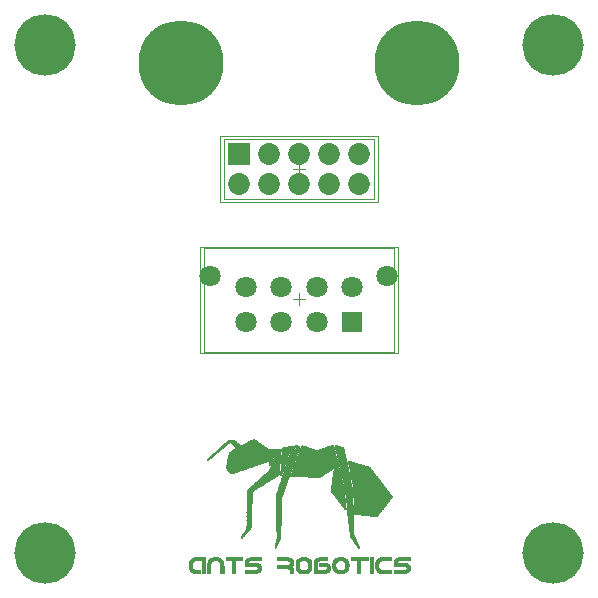
<source format=gts>
G04*
G04 #@! TF.GenerationSoftware,Altium Limited,Altium Designer,21.3.2 (30)*
G04*
G04 Layer_Color=8388736*
%FSLAX25Y25*%
%MOIN*%
G70*
G04*
G04 #@! TF.SameCoordinates,7D36CCFB-020A-49C9-B8D2-55C5552AF9BD*
G04*
G04*
G04 #@! TF.FilePolarity,Negative*
G04*
G01*
G75*
%ADD13C,0.00394*%
%ADD14C,0.00197*%
%ADD15C,0.00100*%
%ADD16R,0.07099X0.07099*%
%ADD17C,0.07099*%
%ADD18C,0.07296*%
%ADD19R,0.07296X0.07296*%
%ADD20C,0.20485*%
%ADD21C,0.28359*%
D13*
X66634Y80945D02*
X130217D01*
Y115472D01*
X66634D02*
X130217D01*
X66634Y80945D02*
Y115472D01*
X73425Y131732D02*
Y151732D01*
X123425D01*
Y131732D02*
Y151732D01*
X73425Y131732D02*
X123425D01*
X96457Y98425D02*
X100394D01*
X98425Y96457D02*
Y100394D01*
D14*
X65354Y80551D02*
X131496D01*
X65354D02*
Y115866D01*
X131496D01*
Y80551D02*
Y115866D01*
X72047Y130650D02*
X124803D01*
Y152815D01*
X72047D02*
X124803D01*
X72047Y130650D02*
Y152815D01*
X98425Y139764D02*
Y143701D01*
X96457Y141732D02*
X100394D01*
D15*
X130013Y7100D02*
X133913D01*
X125513D02*
X129213D01*
X122113D02*
X123113D01*
X117913D02*
X118913D01*
X111313D02*
X113313D01*
X103413D02*
X107313D01*
X98913D02*
X101013D01*
X95513D02*
X96513D01*
X80313D02*
X84213D01*
X76213D02*
X77213D01*
X72213D02*
X73313D01*
X67813D02*
X68913D01*
X66113D02*
X67113D01*
X63413D02*
X65313D01*
X130013Y7200D02*
X134213D01*
X125213D02*
X129213D01*
X122113D02*
X123113D01*
X117913D02*
X118913D01*
X111013D02*
X113613D01*
X103413D02*
X107613D01*
X98613D02*
X101313D01*
X95513D02*
X96513D01*
X80313D02*
X84613D01*
X76213D02*
X77213D01*
X72213D02*
X73313D01*
X67813D02*
X68913D01*
X66113D02*
X67113D01*
X63113D02*
X65313D01*
X130013Y7300D02*
X134513D01*
X125013D02*
X129213D01*
X122113D02*
X123113D01*
X117913D02*
X118913D01*
X110713D02*
X113813D01*
X103413D02*
X107913D01*
X98413D02*
X101513D01*
X95513D02*
X96513D01*
X80313D02*
X84813D01*
X76213D02*
X77213D01*
X72213D02*
X73313D01*
X67813D02*
X68913D01*
X66113D02*
X67113D01*
X62913D02*
X65313D01*
X130013Y7400D02*
X134613D01*
X124813D02*
X129213D01*
X122113D02*
X123113D01*
X117913D02*
X118913D01*
X110613D02*
X114013D01*
X103413D02*
X108113D01*
X98313D02*
X101613D01*
X95513D02*
X96513D01*
X80313D02*
X85013D01*
X76213D02*
X77213D01*
X72213D02*
X73313D01*
X67813D02*
X68913D01*
X66113D02*
X67113D01*
X62713D02*
X65313D01*
X130013Y7500D02*
X134813D01*
X124713D02*
X129213D01*
X122113D02*
X123113D01*
X117913D02*
X118913D01*
X110413D02*
X114113D01*
X103413D02*
X108213D01*
X98113D02*
X101813D01*
X95513D02*
X96513D01*
X80313D02*
X85113D01*
X76213D02*
X77213D01*
X72213D02*
X73313D01*
X67813D02*
X68913D01*
X66113D02*
X67113D01*
X62613D02*
X65313D01*
X130013Y7600D02*
X134913D01*
X124613D02*
X129213D01*
X122113D02*
X123113D01*
X117913D02*
X118913D01*
X110313D02*
X114213D01*
X103413D02*
X108313D01*
X98013D02*
X101913D01*
X95513D02*
X96513D01*
X80313D02*
X85313D01*
X76213D02*
X77213D01*
X72213D02*
X73313D01*
X67813D02*
X68913D01*
X66113D02*
X67113D01*
X62413D02*
X65313D01*
X130013Y7700D02*
X135013D01*
X124513D02*
X129213D01*
X122113D02*
X123113D01*
X117913D02*
X118913D01*
X110213D02*
X114313D01*
X103413D02*
X108413D01*
X97913D02*
X102013D01*
X95513D02*
X96513D01*
X80313D02*
X85413D01*
X76213D02*
X77213D01*
X72213D02*
X73313D01*
X67813D02*
X68913D01*
X66113D02*
X67113D01*
X62313D02*
X65313D01*
X130013Y7800D02*
X135113D01*
X124413D02*
X129213D01*
X122113D02*
X123113D01*
X117913D02*
X118913D01*
X110113D02*
X114413D01*
X103413D02*
X108513D01*
X97813D02*
X102113D01*
X95513D02*
X96513D01*
X80313D02*
X85413D01*
X76213D02*
X77213D01*
X72213D02*
X73313D01*
X67813D02*
X68913D01*
X66113D02*
X67113D01*
X62213D02*
X65313D01*
X130013Y7900D02*
X135113D01*
X124313D02*
X129213D01*
X122113D02*
X123113D01*
X117913D02*
X118913D01*
X110013D02*
X114513D01*
X103413D02*
X108613D01*
X97713D02*
X102213D01*
X95513D02*
X96513D01*
X80313D02*
X85513D01*
X76213D02*
X77213D01*
X72213D02*
X73313D01*
X67813D02*
X68913D01*
X66113D02*
X67113D01*
X62213D02*
X65313D01*
X130013Y8000D02*
X135213D01*
X124213D02*
X129213D01*
X122113D02*
X123113D01*
X117913D02*
X118913D01*
X110013D02*
X114613D01*
X103413D02*
X108613D01*
X97713D02*
X102213D01*
X95513D02*
X96513D01*
X80413D02*
X85613D01*
X76213D02*
X77213D01*
X72213D02*
X73313D01*
X67813D02*
X68913D01*
X66113D02*
X67113D01*
X62113D02*
X65313D01*
X133613Y8100D02*
X135313D01*
X124213D02*
X125813D01*
X122113D02*
X123113D01*
X117913D02*
X118913D01*
X112913D02*
X114613D01*
X109913D02*
X111613D01*
X107013D02*
X108713D01*
X103413D02*
X104413D01*
X100613D02*
X102313D01*
X97613D02*
X99313D01*
X95513D02*
X96513D01*
X84013D02*
X85613D01*
X76213D02*
X77213D01*
X72213D02*
X73313D01*
X67813D02*
X68913D01*
X66113D02*
X67113D01*
X62013D02*
X63713D01*
X133913Y8200D02*
X135313D01*
X124113D02*
X125613D01*
X122113D02*
X123113D01*
X117913D02*
X118913D01*
X113213D02*
X114713D01*
X109913D02*
X111313D01*
X107313D02*
X108713D01*
X103413D02*
X104413D01*
X100913D02*
X102413D01*
X97513D02*
X99013D01*
X95413D02*
X96513D01*
X84313D02*
X85713D01*
X76213D02*
X77213D01*
X72213D02*
X73313D01*
X67813D02*
X68913D01*
X66113D02*
X67113D01*
X62013D02*
X63413D01*
X134113Y8300D02*
X135313D01*
X124113D02*
X125413D01*
X122113D02*
X123113D01*
X117913D02*
X118913D01*
X113413D02*
X114713D01*
X109813D02*
X111213D01*
X107513D02*
X108713D01*
X103413D02*
X104413D01*
X101113D02*
X102413D01*
X97513D02*
X98813D01*
X95413D02*
X96513D01*
X84513D02*
X85713D01*
X76213D02*
X77213D01*
X72213D02*
X73313D01*
X67813D02*
X68913D01*
X66113D02*
X67113D01*
X61913D02*
X63313D01*
X134213Y8400D02*
X135313D01*
X124013D02*
X125313D01*
X122113D02*
X123113D01*
X117913D02*
X118913D01*
X113513D02*
X114813D01*
X109813D02*
X111013D01*
X107613D02*
X108813D01*
X103413D02*
X104413D01*
X101213D02*
X102413D01*
X97413D02*
X98713D01*
X95313D02*
X96413D01*
X84613D02*
X85713D01*
X76213D02*
X77213D01*
X72213D02*
X73313D01*
X67813D02*
X68913D01*
X66113D02*
X67113D01*
X61913D02*
X63113D01*
X134313Y8500D02*
X135313D01*
X124013D02*
X125213D01*
X122113D02*
X123113D01*
X117913D02*
X118913D01*
X113613D02*
X114813D01*
X109713D02*
X110913D01*
X107713D02*
X108813D01*
X103413D02*
X104413D01*
X101313D02*
X102513D01*
X97413D02*
X98613D01*
X95113D02*
X96413D01*
X84713D02*
X85713D01*
X76213D02*
X77213D01*
X72213D02*
X73313D01*
X67813D02*
X68913D01*
X66113D02*
X67113D01*
X61813D02*
X63013D01*
X134313Y8600D02*
X135313D01*
X124013D02*
X125113D01*
X122113D02*
X123113D01*
X117913D02*
X118913D01*
X113713D02*
X114813D01*
X109713D02*
X110913D01*
X107813D02*
X108813D01*
X103413D02*
X104413D01*
X101413D02*
X102513D01*
X97413D02*
X98513D01*
X94913D02*
X96413D01*
X84713D02*
X85713D01*
X76213D02*
X77213D01*
X72213D02*
X73313D01*
X67813D02*
X68913D01*
X66113D02*
X67113D01*
X61813D02*
X63013D01*
X134413Y8700D02*
X135313D01*
X123913D02*
X125013D01*
X122113D02*
X123113D01*
X117913D02*
X118913D01*
X113713D02*
X114913D01*
X109713D02*
X110813D01*
X107813D02*
X108813D01*
X103413D02*
X104413D01*
X101413D02*
X102513D01*
X97413D02*
X98513D01*
X94413D02*
X96313D01*
X84713D02*
X85713D01*
X76213D02*
X77213D01*
X72213D02*
X73313D01*
X67813D02*
X68913D01*
X66113D02*
X67113D01*
X61813D02*
X62913D01*
X134413Y8800D02*
X135313D01*
X123913D02*
X125013D01*
X122113D02*
X123113D01*
X117913D02*
X118913D01*
X113813D02*
X114913D01*
X109613D02*
X110713D01*
X107813D02*
X108813D01*
X103413D02*
X104413D01*
X101513D02*
X102613D01*
X97313D02*
X98413D01*
X91113D02*
X96313D01*
X84713D02*
X85713D01*
X76213D02*
X77213D01*
X72213D02*
X73313D01*
X67813D02*
X68913D01*
X66113D02*
X67113D01*
X61813D02*
X62913D01*
X134413Y8900D02*
X135313D01*
X123913D02*
X125013D01*
X122113D02*
X123113D01*
X117913D02*
X118913D01*
X113813D02*
X114913D01*
X109613D02*
X110713D01*
X107813D02*
X108813D01*
X103413D02*
X104413D01*
X101513D02*
X102613D01*
X97313D02*
X98413D01*
X91113D02*
X96213D01*
X84713D02*
X85713D01*
X76213D02*
X77213D01*
X72213D02*
X73313D01*
X67813D02*
X68913D01*
X66113D02*
X67113D01*
X61813D02*
X62813D01*
X134313Y9000D02*
X135313D01*
X123913D02*
X124913D01*
X122113D02*
X123113D01*
X117913D02*
X118913D01*
X113913D02*
X114913D01*
X109613D02*
X110713D01*
X107813D02*
X108813D01*
X103413D02*
X104413D01*
X101513D02*
X102613D01*
X97313D02*
X98413D01*
X91113D02*
X96113D01*
X84713D02*
X85713D01*
X76213D02*
X77213D01*
X72213D02*
X73313D01*
X67813D02*
X68913D01*
X66113D02*
X67113D01*
X61813D02*
X62813D01*
X134313Y9100D02*
X135313D01*
X123813D02*
X124913D01*
X122113D02*
X123113D01*
X117913D02*
X118913D01*
X113913D02*
X114913D01*
X109613D02*
X110613D01*
X107713D02*
X108813D01*
X103413D02*
X104413D01*
X101613D02*
X102613D01*
X97313D02*
X98313D01*
X91113D02*
X96113D01*
X84713D02*
X85713D01*
X76213D02*
X77213D01*
X72213D02*
X73313D01*
X67813D02*
X68913D01*
X66113D02*
X67113D01*
X61813D02*
X62813D01*
X134213Y9200D02*
X135313D01*
X123813D02*
X124913D01*
X122113D02*
X123113D01*
X117913D02*
X118913D01*
X113913D02*
X114913D01*
X109613D02*
X110613D01*
X107713D02*
X108813D01*
X103413D02*
X104413D01*
X101613D02*
X102613D01*
X97313D02*
X98313D01*
X91113D02*
X95913D01*
X84613D02*
X85713D01*
X76213D02*
X77213D01*
X72213D02*
X73313D01*
X67813D02*
X68913D01*
X66113D02*
X67113D01*
X61813D02*
X62713D01*
X134113Y9300D02*
X135313D01*
X123813D02*
X124913D01*
X122113D02*
X123113D01*
X117913D02*
X118913D01*
X113913D02*
X115013D01*
X109613D02*
X110613D01*
X107513D02*
X108713D01*
X103413D02*
X104413D01*
X101613D02*
X102613D01*
X97313D02*
X98313D01*
X91113D02*
X95913D01*
X84513D02*
X85713D01*
X76213D02*
X77213D01*
X72213D02*
X73313D01*
X67813D02*
X68913D01*
X66113D02*
X67113D01*
X61813D02*
X62713D01*
X133913Y9400D02*
X135313D01*
X123813D02*
X124813D01*
X122113D02*
X123113D01*
X117913D02*
X118913D01*
X113913D02*
X115013D01*
X109613D02*
X110613D01*
X107413D02*
X108713D01*
X103413D02*
X104413D01*
X101613D02*
X102613D01*
X97313D02*
X98313D01*
X91113D02*
X96013D01*
X84313D02*
X85713D01*
X76213D02*
X77213D01*
X72213D02*
X73313D01*
X67813D02*
X68913D01*
X66113D02*
X67113D01*
X61813D02*
X62713D01*
X133613Y9500D02*
X135313D01*
X123813D02*
X124813D01*
X122113D02*
X123113D01*
X117913D02*
X118913D01*
X113913D02*
X115013D01*
X109613D02*
X110613D01*
X107113D02*
X108713D01*
X103413D02*
X104413D01*
X101613D02*
X102613D01*
X97313D02*
X98313D01*
X91113D02*
X96113D01*
X84013D02*
X85613D01*
X76213D02*
X77213D01*
X72213D02*
X73313D01*
X67813D02*
X68913D01*
X66113D02*
X67113D01*
X61813D02*
X62713D01*
X130013Y9600D02*
X135213D01*
X123813D02*
X124813D01*
X122113D02*
X123113D01*
X117913D02*
X118913D01*
X113913D02*
X115013D01*
X109613D02*
X110613D01*
X105213D02*
X108613D01*
X103413D02*
X104413D01*
X101613D02*
X102613D01*
X97313D02*
X98313D01*
X91113D02*
X96213D01*
X80413D02*
X85613D01*
X76213D02*
X77213D01*
X72213D02*
X73313D01*
X67813D02*
X68913D01*
X66113D02*
X67113D01*
X61813D02*
X62713D01*
X130013Y9700D02*
X135213D01*
X123813D02*
X124813D01*
X122113D02*
X123113D01*
X117913D02*
X118913D01*
X113913D02*
X115013D01*
X109613D02*
X110613D01*
X105213D02*
X108613D01*
X103413D02*
X104413D01*
X101613D02*
X102613D01*
X97313D02*
X98313D01*
X91113D02*
X96313D01*
X80313D02*
X85513D01*
X76213D02*
X77213D01*
X72213D02*
X73213D01*
X67813D02*
X68913D01*
X66113D02*
X67113D01*
X61813D02*
X62713D01*
X130013Y9800D02*
X135113D01*
X123813D02*
X124813D01*
X122113D02*
X123113D01*
X117913D02*
X118913D01*
X113913D02*
X115013D01*
X109613D02*
X110613D01*
X105213D02*
X108513D01*
X103413D02*
X104413D01*
X101613D02*
X102613D01*
X97313D02*
X98313D01*
X94313D02*
X96313D01*
X80313D02*
X85513D01*
X76213D02*
X77213D01*
X72213D02*
X73213D01*
X67813D02*
X68913D01*
X66113D02*
X67113D01*
X61813D02*
X62713D01*
X130013Y9900D02*
X135013D01*
X123813D02*
X124813D01*
X122113D02*
X123113D01*
X117913D02*
X118913D01*
X113913D02*
X115013D01*
X109613D02*
X110613D01*
X105213D02*
X108413D01*
X103413D02*
X104413D01*
X101613D02*
X102613D01*
X97313D02*
X98313D01*
X94913D02*
X96413D01*
X80313D02*
X85413D01*
X76213D02*
X77213D01*
X72213D02*
X73213D01*
X67913D02*
X68913D01*
X66113D02*
X67113D01*
X61813D02*
X62713D01*
X130013Y10000D02*
X134913D01*
X123813D02*
X124813D01*
X122113D02*
X123113D01*
X117913D02*
X118913D01*
X113913D02*
X115013D01*
X109613D02*
X110613D01*
X105213D02*
X108313D01*
X103413D02*
X104413D01*
X101613D02*
X102613D01*
X97313D02*
X98313D01*
X95113D02*
X96413D01*
X80313D02*
X85313D01*
X76213D02*
X77213D01*
X72213D02*
X73213D01*
X67913D02*
X68913D01*
X66113D02*
X67113D01*
X61813D02*
X62713D01*
X130013Y10100D02*
X134813D01*
X123813D02*
X124913D01*
X122113D02*
X123113D01*
X117913D02*
X118913D01*
X113913D02*
X115013D01*
X109613D02*
X110613D01*
X105213D02*
X108213D01*
X103413D02*
X104413D01*
X101613D02*
X102613D01*
X97313D02*
X98313D01*
X95313D02*
X96413D01*
X80313D02*
X85213D01*
X76213D02*
X77213D01*
X72213D02*
X73213D01*
X67913D02*
X68913D01*
X66113D02*
X67113D01*
X61813D02*
X62713D01*
X130013Y10200D02*
X134613D01*
X123813D02*
X124913D01*
X122113D02*
X123113D01*
X117913D02*
X118913D01*
X113913D02*
X114913D01*
X109613D02*
X110613D01*
X105213D02*
X108113D01*
X103413D02*
X104413D01*
X101613D02*
X102613D01*
X97313D02*
X98313D01*
X95413D02*
X96513D01*
X80313D02*
X85013D01*
X76213D02*
X77213D01*
X72213D02*
X73213D01*
X67913D02*
X68913D01*
X66113D02*
X67113D01*
X61813D02*
X62713D01*
X130013Y10300D02*
X134513D01*
X123913D02*
X124913D01*
X122113D02*
X123113D01*
X117913D02*
X118913D01*
X113913D02*
X114913D01*
X109613D02*
X110713D01*
X105213D02*
X107913D01*
X103413D02*
X104413D01*
X101613D02*
X102613D01*
X97313D02*
X98313D01*
X95413D02*
X96513D01*
X80313D02*
X84813D01*
X76213D02*
X77213D01*
X72213D02*
X73213D01*
X67913D02*
X68913D01*
X66113D02*
X67113D01*
X61813D02*
X62813D01*
X130013Y10400D02*
X134213D01*
X123913D02*
X124913D01*
X122113D02*
X123113D01*
X117913D02*
X118913D01*
X113913D02*
X114913D01*
X109613D02*
X110713D01*
X105213D02*
X107713D01*
X103413D02*
X104413D01*
X101513D02*
X102613D01*
X97313D02*
X98413D01*
X95513D02*
X96513D01*
X80313D02*
X84613D01*
X76213D02*
X77213D01*
X72113D02*
X73213D01*
X67913D02*
X69013D01*
X66113D02*
X67113D01*
X61813D02*
X62813D01*
X130013Y10500D02*
X133913D01*
X123913D02*
X125013D01*
X122113D02*
X123113D01*
X117913D02*
X118913D01*
X113813D02*
X114913D01*
X109613D02*
X110713D01*
X105213D02*
X107313D01*
X103413D02*
X104413D01*
X101513D02*
X102613D01*
X97313D02*
X98413D01*
X95513D02*
X96513D01*
X80313D02*
X84313D01*
X76213D02*
X77213D01*
X72113D02*
X73213D01*
X67913D02*
X69013D01*
X66113D02*
X67113D01*
X61813D02*
X62813D01*
X130013Y10600D02*
X133313D01*
X123913D02*
X125013D01*
X122113D02*
X123113D01*
X117913D02*
X118913D01*
X113813D02*
X114913D01*
X109713D02*
X110813D01*
X105213D02*
X106713D01*
X103413D02*
X104413D01*
X101513D02*
X102613D01*
X97313D02*
X98413D01*
X95513D02*
X96513D01*
X80313D02*
X83713D01*
X76213D02*
X77213D01*
X72013D02*
X73213D01*
X67913D02*
X69013D01*
X66113D02*
X67113D01*
X61813D02*
X62913D01*
X130013Y10700D02*
X131013D01*
X123913D02*
X125113D01*
X122113D02*
X123113D01*
X117913D02*
X118913D01*
X113713D02*
X114913D01*
X109713D02*
X110813D01*
X103413D02*
X104413D01*
X101413D02*
X102513D01*
X97413D02*
X98513D01*
X95513D02*
X96513D01*
X80313D02*
X81413D01*
X76213D02*
X77213D01*
X72013D02*
X73113D01*
X68013D02*
X69113D01*
X66113D02*
X67113D01*
X61813D02*
X62913D01*
X130013Y10800D02*
X131013D01*
X124013D02*
X125113D01*
X122113D02*
X123113D01*
X117913D02*
X118913D01*
X113713D02*
X114813D01*
X109713D02*
X110913D01*
X103413D02*
X104513D01*
X101313D02*
X102513D01*
X97413D02*
X98613D01*
X95413D02*
X96513D01*
X80413D02*
X81413D01*
X76213D02*
X77213D01*
X71913D02*
X73113D01*
X68013D02*
X69213D01*
X66113D02*
X67113D01*
X61813D02*
X63013D01*
X130013Y10900D02*
X131113D01*
X124013D02*
X125213D01*
X122113D02*
X123113D01*
X117913D02*
X118913D01*
X113613D02*
X114813D01*
X109713D02*
X111013D01*
X103413D02*
X104513D01*
X101213D02*
X102513D01*
X97413D02*
X98613D01*
X95413D02*
X96513D01*
X80413D02*
X81513D01*
X76213D02*
X77213D01*
X71813D02*
X73113D01*
X68013D02*
X69213D01*
X66113D02*
X67113D01*
X61913D02*
X63113D01*
X130013Y11000D02*
X131213D01*
X124013D02*
X125313D01*
X122113D02*
X123113D01*
X117913D02*
X118913D01*
X113513D02*
X114713D01*
X109813D02*
X111113D01*
X103513D02*
X104613D01*
X101113D02*
X102413D01*
X97513D02*
X98813D01*
X95313D02*
X96513D01*
X80413D02*
X81513D01*
X76213D02*
X77213D01*
X71713D02*
X73013D01*
X68113D02*
X69413D01*
X66113D02*
X67113D01*
X61913D02*
X63213D01*
X130013Y11100D02*
X131313D01*
X124113D02*
X125513D01*
X122113D02*
X123113D01*
X117913D02*
X118913D01*
X113313D02*
X114713D01*
X109813D02*
X111213D01*
X103513D02*
X104813D01*
X101013D02*
X102413D01*
X97513D02*
X98913D01*
X95113D02*
X96413D01*
X80413D02*
X81713D01*
X76213D02*
X77213D01*
X71613D02*
X73013D01*
X68113D02*
X69513D01*
X66113D02*
X67113D01*
X61913D02*
X63313D01*
X130113Y11200D02*
X131513D01*
X124113D02*
X125713D01*
X122113D02*
X123113D01*
X117913D02*
X118913D01*
X113113D02*
X114713D01*
X109913D02*
X111413D01*
X103513D02*
X105013D01*
X100813D02*
X102313D01*
X97613D02*
X99113D01*
X94913D02*
X96413D01*
X80413D02*
X81913D01*
X76213D02*
X77213D01*
X71413D02*
X72913D01*
X68213D02*
X69713D01*
X66113D02*
X67113D01*
X62013D02*
X63513D01*
X130113Y11300D02*
X132013D01*
X124213D02*
X126013D01*
X122113D02*
X123113D01*
X117913D02*
X118913D01*
X112813D02*
X114613D01*
X109913D02*
X111813D01*
X103513D02*
X105413D01*
X100513D02*
X102313D01*
X97613D02*
X99413D01*
X94513D02*
X96413D01*
X80513D02*
X82313D01*
X76213D02*
X77213D01*
X71113D02*
X72913D01*
X68213D02*
X70013D01*
X66113D02*
X67113D01*
X62113D02*
X63913D01*
X130213Y11400D02*
X135313D01*
X124313D02*
X129213D01*
X122113D02*
X123113D01*
X115713D02*
X121313D01*
X110013D02*
X114513D01*
X103613D02*
X107913D01*
X97713D02*
X102213D01*
X91113D02*
X96313D01*
X80513D02*
X85713D01*
X74013D02*
X79613D01*
X68313D02*
X72813D01*
X62113D02*
X67113D01*
X130213Y11500D02*
X135313D01*
X124313D02*
X129213D01*
X122113D02*
X123113D01*
X115713D02*
X121313D01*
X110113D02*
X114513D01*
X103713D02*
X107913D01*
X97813D02*
X102113D01*
X91113D02*
X96213D01*
X80613D02*
X85713D01*
X74013D02*
X79613D01*
X68313D02*
X72713D01*
X62213D02*
X67113D01*
X130313Y11600D02*
X135313D01*
X124413D02*
X129213D01*
X122113D02*
X123113D01*
X115713D02*
X121313D01*
X110213D02*
X114413D01*
X103713D02*
X107913D01*
X97813D02*
X102113D01*
X91113D02*
X96213D01*
X80713D02*
X85713D01*
X74013D02*
X79613D01*
X68413D02*
X72713D01*
X62313D02*
X67113D01*
X130413Y11700D02*
X135313D01*
X124513D02*
X129213D01*
X122113D02*
X123113D01*
X115713D02*
X121313D01*
X110213D02*
X114313D01*
X103813D02*
X107913D01*
X97913D02*
X102013D01*
X91113D02*
X96113D01*
X80813D02*
X85713D01*
X74013D02*
X79613D01*
X68513D02*
X72613D01*
X62413D02*
X67113D01*
X130513Y11800D02*
X135313D01*
X124613D02*
X129213D01*
X122113D02*
X123113D01*
X115713D02*
X121313D01*
X110413D02*
X114213D01*
X103913D02*
X107913D01*
X98013D02*
X101913D01*
X91113D02*
X96013D01*
X80913D02*
X85713D01*
X74013D02*
X79613D01*
X68613D02*
X72513D01*
X62513D02*
X67113D01*
X130613Y11900D02*
X135313D01*
X124713D02*
X129213D01*
X122113D02*
X123113D01*
X115713D02*
X121313D01*
X110513D02*
X114013D01*
X104113D02*
X107913D01*
X98213D02*
X101713D01*
X91113D02*
X95813D01*
X81013D02*
X85713D01*
X74013D02*
X79613D01*
X68813D02*
X72313D01*
X62613D02*
X67113D01*
X130813Y12000D02*
X135313D01*
X124913D02*
X129213D01*
X122113D02*
X123113D01*
X115713D02*
X121313D01*
X110613D02*
X113913D01*
X104213D02*
X107913D01*
X98313D02*
X101613D01*
X91113D02*
X95713D01*
X81213D02*
X85713D01*
X74013D02*
X79613D01*
X68913D02*
X72213D01*
X62813D02*
X67113D01*
X131013Y12100D02*
X135313D01*
X125113D02*
X129213D01*
X122113D02*
X123113D01*
X115713D02*
X121313D01*
X110813D02*
X113713D01*
X104413D02*
X107913D01*
X98513D02*
X101413D01*
X91113D02*
X95513D01*
X81413D02*
X85713D01*
X74013D02*
X79613D01*
X69113D02*
X72013D01*
X62913D02*
X67113D01*
X131313Y12200D02*
X135313D01*
X125313D02*
X129213D01*
X122113D02*
X123113D01*
X115713D02*
X121313D01*
X111113D02*
X113513D01*
X104713D02*
X107913D01*
X98813D02*
X101113D01*
X91113D02*
X95213D01*
X81613D02*
X85713D01*
X74013D02*
X79613D01*
X69313D02*
X71713D01*
X63213D02*
X67113D01*
X131613Y12300D02*
X135313D01*
X125613D02*
X129213D01*
X122113D02*
X123113D01*
X115713D02*
X121313D01*
X111413D02*
X113113D01*
X105113D02*
X107913D01*
X99113D02*
X100813D01*
X91113D02*
X94813D01*
X82013D02*
X85713D01*
X74013D02*
X79613D01*
X69713D02*
X71413D01*
X63513D02*
X67113D01*
X118213Y15300D02*
X118613D01*
X118213Y15400D02*
X118613D01*
X90313D02*
X90513D01*
X118113Y15500D02*
X118613D01*
X90313D02*
X90513D01*
X118013Y15600D02*
X118513D01*
X90313D02*
X90613D01*
X118013Y15700D02*
X118513D01*
X90313D02*
X90613D01*
X117913Y15800D02*
X118513D01*
X90313D02*
X90613D01*
X117813Y15900D02*
X118413D01*
X90313D02*
X90713D01*
X117813Y16000D02*
X118413D01*
X90413D02*
X90813D01*
X117713Y16100D02*
X118313D01*
X90413D02*
X90813D01*
X117713Y16200D02*
X118313D01*
X90413D02*
X90913D01*
X117513Y16300D02*
X118213D01*
X90413D02*
X90913D01*
X117513Y16400D02*
X118213D01*
X90413D02*
X91013D01*
X117513Y16500D02*
X118113D01*
X90513D02*
X91013D01*
X117413Y16600D02*
X118113D01*
X90513D02*
X91013D01*
X117313Y16700D02*
X118013D01*
X90613D02*
X91113D01*
X117213Y16800D02*
X118013D01*
X90613D02*
X91113D01*
X117213Y16900D02*
X117913D01*
X90613D02*
X91213D01*
X117113Y17000D02*
X117913D01*
X90613D02*
X91213D01*
X117013Y17100D02*
X117913D01*
X90613D02*
X91313D01*
X116913Y17200D02*
X117813D01*
X90713D02*
X91313D01*
X116913Y17300D02*
X117813D01*
X90713D02*
X91413D01*
X116813Y17400D02*
X117713D01*
X90713D02*
X91413D01*
X116713Y17500D02*
X117713D01*
X90713D02*
X91513D01*
X116713Y17600D02*
X117613D01*
X90713D02*
X91513D01*
X116613Y17700D02*
X117613D01*
X90813D02*
X91613D01*
X116513Y17800D02*
X117613D01*
X90813D02*
X91613D01*
X116513Y17900D02*
X117513D01*
X90813D02*
X91713D01*
X116413Y18000D02*
X117513D01*
X90913D02*
X91813D01*
X116313Y18100D02*
X117413D01*
X90913D02*
X91813D01*
X116313Y18200D02*
X117413D01*
X90913D02*
X91913D01*
X116213Y18300D02*
X117313D01*
X90913D02*
X91913D01*
X116113Y18400D02*
X117313D01*
X91013D02*
X92013D01*
X116013Y18500D02*
X117213D01*
X91013D02*
X92013D01*
X116013Y18600D02*
X117213D01*
X91013D02*
X92113D01*
X115913Y18700D02*
X117113D01*
X91013D02*
X92113D01*
X115813Y18800D02*
X117113D01*
X91013D02*
X92113D01*
X79013D02*
X79213D01*
X115813Y18900D02*
X117013D01*
X91013D02*
X92113D01*
X79013D02*
X79313D01*
X115713Y19000D02*
X117013D01*
X91013D02*
X92113D01*
X79013D02*
X79413D01*
X115613Y19100D02*
X116913D01*
X91013D02*
X92113D01*
X79013D02*
X79513D01*
X115613Y19200D02*
X116913D01*
X91013D02*
X92113D01*
X79113D02*
X79613D01*
X115513Y19300D02*
X116813D01*
X91013D02*
X92113D01*
X79213D02*
X79713D01*
X115413Y19400D02*
X116813D01*
X91013D02*
X92113D01*
X79213D02*
X79813D01*
X115413Y19500D02*
X116813D01*
X91013D02*
X92113D01*
X79313D02*
X79913D01*
X115313Y19600D02*
X116713D01*
X91013D02*
X92113D01*
X79413D02*
X80013D01*
X115313Y19700D02*
X116713D01*
X91013D02*
X92113D01*
X79413D02*
X80113D01*
X115313Y19800D02*
X116613D01*
X91013D02*
X92113D01*
X79513D02*
X80213D01*
X115313Y19900D02*
X116613D01*
X91013D02*
X92113D01*
X79613D02*
X80213D01*
X115313Y20000D02*
X116613D01*
X91013D02*
X92113D01*
X79613D02*
X80313D01*
X115313Y20100D02*
X116613D01*
X91013D02*
X92113D01*
X79713D02*
X80413D01*
X115313Y20200D02*
X116613D01*
X91013D02*
X92113D01*
X79813D02*
X80513D01*
X115313Y20300D02*
X116613D01*
X91013D02*
X92113D01*
X79813D02*
X80613D01*
X115313Y20400D02*
X116613D01*
X91013D02*
X92113D01*
X79913D02*
X80713D01*
X115313Y20500D02*
X116613D01*
X91013D02*
X92113D01*
X80013D02*
X80813D01*
X115313Y20600D02*
X116613D01*
X91013D02*
X92113D01*
X80013D02*
X80913D01*
X115313Y20700D02*
X116613D01*
X91013D02*
X92113D01*
X80113D02*
X81013D01*
X115313Y20800D02*
X116613D01*
X91013D02*
X92113D01*
X80113D02*
X81113D01*
X115313Y20900D02*
X116613D01*
X91013D02*
X92113D01*
X80213D02*
X81213D01*
X115313Y21000D02*
X116613D01*
X91013D02*
X92113D01*
X80313D02*
X81313D01*
X115213Y21100D02*
X116613D01*
X91013D02*
X92113D01*
X80413D02*
X81413D01*
X115213Y21200D02*
X116613D01*
X90913D02*
X92113D01*
X80413D02*
X81413D01*
X115213Y21300D02*
X116613D01*
X90913D02*
X92113D01*
X80513D02*
X81513D01*
X115113Y21400D02*
X116513D01*
X90913D02*
X92113D01*
X80513D02*
X81613D01*
X115113Y21500D02*
X116513D01*
X90913D02*
X92213D01*
X80613D02*
X81713D01*
X115113Y21600D02*
X116513D01*
X90813D02*
X92213D01*
X80613D02*
X81813D01*
X115113Y21700D02*
X116513D01*
X90813D02*
X92213D01*
X80713D02*
X81913D01*
X115113Y21800D02*
X116513D01*
X90813D02*
X92213D01*
X80713D02*
X82013D01*
X115113Y21900D02*
X116513D01*
X90813D02*
X92213D01*
X80813D02*
X82113D01*
X115113Y22000D02*
X116513D01*
X90813D02*
X92213D01*
X80913D02*
X82213D01*
X115113Y22100D02*
X116513D01*
X90813D02*
X92213D01*
X80913D02*
X82213D01*
X115113Y22200D02*
X116513D01*
X90813D02*
X92213D01*
X80913D02*
X82213D01*
X115113Y22300D02*
X116513D01*
X90813D02*
X92213D01*
X80913D02*
X82213D01*
X115113Y22400D02*
X116513D01*
X90813D02*
X92213D01*
X80913D02*
X82213D01*
X115113Y22500D02*
X116513D01*
X90813D02*
X92213D01*
X80913D02*
X82213D01*
X115013Y22600D02*
X116513D01*
X90813D02*
X92213D01*
X80913D02*
X82313D01*
X115013Y22700D02*
X116513D01*
X90813D02*
X92213D01*
X80913D02*
X82313D01*
X115013Y22800D02*
X116513D01*
X90813D02*
X92213D01*
X80913D02*
X82313D01*
X115113Y22900D02*
X116513D01*
X90813D02*
X92213D01*
X80913D02*
X82313D01*
X115113Y23000D02*
X116513D01*
X90813D02*
X92213D01*
X81013D02*
X82313D01*
X115013Y23100D02*
X116413D01*
X90813D02*
X92213D01*
X81013D02*
X82313D01*
X115013Y23200D02*
X116413D01*
X90913D02*
X92313D01*
X81013D02*
X82313D01*
X115013Y23300D02*
X116413D01*
X90813D02*
X92313D01*
X81013D02*
X82313D01*
X115013Y23400D02*
X116413D01*
X90813D02*
X92313D01*
X81013D02*
X82313D01*
X115013Y23500D02*
X116413D01*
X90813D02*
X92313D01*
X81013D02*
X82313D01*
X115013Y23600D02*
X116413D01*
X90813D02*
X92313D01*
X81013D02*
X82313D01*
X114913Y23700D02*
X116413D01*
X90813D02*
X92313D01*
X81013D02*
X82313D01*
X114913Y23800D02*
X116413D01*
X90813D02*
X92313D01*
X81013D02*
X82313D01*
X114913Y23900D02*
X116413D01*
X90813D02*
X92313D01*
X81013D02*
X82413D01*
X114913Y24000D02*
X116413D01*
X90813D02*
X92313D01*
X81013D02*
X82413D01*
X114913Y24100D02*
X116413D01*
X90813D02*
X92313D01*
X81013D02*
X82413D01*
X114913Y24200D02*
X116413D01*
X90813D02*
X92313D01*
X81013D02*
X82413D01*
X114913Y24300D02*
X116413D01*
X90813D02*
X92313D01*
X81013D02*
X82413D01*
X114813Y24400D02*
X116413D01*
X90813D02*
X92313D01*
X81013D02*
X82413D01*
X114813Y24500D02*
X116413D01*
X90813D02*
X92313D01*
X81013D02*
X82413D01*
X114813Y24600D02*
X116413D01*
X90813D02*
X92313D01*
X81013D02*
X82413D01*
X114813Y24700D02*
X116413D01*
X90813D02*
X92313D01*
X80913D02*
X82413D01*
X114813Y24800D02*
X116413D01*
X90813D02*
X92313D01*
X80913D02*
X82413D01*
X114813Y24900D02*
X116413D01*
X90813D02*
X92313D01*
X81013D02*
X82413D01*
X114813Y25000D02*
X116413D01*
X90813D02*
X92313D01*
X81013D02*
X82413D01*
X114813Y25100D02*
X116413D01*
X90813D02*
X92313D01*
X81013D02*
X82413D01*
X114813Y25200D02*
X116413D01*
X90813D02*
X92313D01*
X81013D02*
X82413D01*
X114813Y25300D02*
X116413D01*
X90813D02*
X92313D01*
X81013D02*
X82413D01*
X114813Y25400D02*
X116413D01*
X90813D02*
X92313D01*
X81013D02*
X82413D01*
X114813Y25500D02*
X116413D01*
X90813D02*
X92313D01*
X81013D02*
X82513D01*
X114813Y25600D02*
X116413D01*
X90813D02*
X92313D01*
X81013D02*
X82513D01*
X114813Y25700D02*
X116413D01*
X90813D02*
X92313D01*
X81013D02*
X82513D01*
X114813Y25800D02*
X116413D01*
X90813D02*
X92413D01*
X81013D02*
X82513D01*
X114713Y25900D02*
X116413D01*
X90813D02*
X92413D01*
X81013D02*
X82513D01*
X123713Y26000D02*
X124113D01*
X114713D02*
X116413D01*
X90813D02*
X92313D01*
X80913D02*
X82513D01*
X122713Y26100D02*
X124213D01*
X114713D02*
X116313D01*
X90813D02*
X92313D01*
X80913D02*
X82513D01*
X122113Y26200D02*
X124313D01*
X114713D02*
X116313D01*
X90813D02*
X92313D01*
X80913D02*
X82513D01*
X121113Y26300D02*
X124413D01*
X114713D02*
X116313D01*
X90813D02*
X92313D01*
X81013D02*
X82513D01*
X120513Y26400D02*
X124513D01*
X114713D02*
X116313D01*
X90813D02*
X92313D01*
X81013D02*
X82513D01*
X119713Y26500D02*
X124613D01*
X114613D02*
X116313D01*
X90813D02*
X92313D01*
X81013D02*
X82513D01*
X119013Y26600D02*
X124713D01*
X114613D02*
X116313D01*
X90813D02*
X92313D01*
X81013D02*
X82513D01*
X118413Y26700D02*
X124713D01*
X114613D02*
X116313D01*
X90813D02*
X92313D01*
X81013D02*
X82513D01*
X117413Y26800D02*
X124913D01*
X114613D02*
X116313D01*
X90813D02*
X92313D01*
X81013D02*
X82513D01*
X116813Y26900D02*
X124913D01*
X114613D02*
X116313D01*
X90713D02*
X92313D01*
X81013D02*
X82513D01*
X116813Y27000D02*
X125013D01*
X114613D02*
X116313D01*
X90713D02*
X92413D01*
X81013D02*
X82513D01*
X116813Y27100D02*
X125113D01*
X114613D02*
X116313D01*
X90713D02*
X92413D01*
X81013D02*
X82513D01*
X116813Y27200D02*
X125213D01*
X114613D02*
X116313D01*
X90713D02*
X92413D01*
X81013D02*
X82513D01*
X116813Y27300D02*
X125213D01*
X114613D02*
X116313D01*
X90713D02*
X92413D01*
X81013D02*
X82513D01*
X116813Y27400D02*
X125313D01*
X114613D02*
X116313D01*
X90713D02*
X92413D01*
X80913D02*
X82513D01*
X116813Y27500D02*
X125413D01*
X114613D02*
X116313D01*
X90713D02*
X92413D01*
X80913D02*
X82513D01*
X116813Y27600D02*
X125413D01*
X114613D02*
X116313D01*
X90713D02*
X92413D01*
X81013D02*
X82513D01*
X116813Y27700D02*
X125613D01*
X114613D02*
X116313D01*
X90713D02*
X92413D01*
X81013D02*
X82513D01*
X116813Y27800D02*
X125713D01*
X114613D02*
X116313D01*
X90713D02*
X92413D01*
X81013D02*
X82513D01*
X116813Y27900D02*
X125713D01*
X114613D02*
X116313D01*
X90713D02*
X92413D01*
X81013D02*
X82513D01*
X116813Y28000D02*
X125813D01*
X114613D02*
X116313D01*
X90713D02*
X92413D01*
X81013D02*
X82513D01*
X116813Y28100D02*
X125913D01*
X114613D02*
X116313D01*
X90713D02*
X92413D01*
X81013D02*
X82513D01*
X116813Y28200D02*
X125913D01*
X114613D02*
X116313D01*
X90713D02*
X92413D01*
X81013D02*
X82513D01*
X116813Y28300D02*
X126013D01*
X114513D02*
X116313D01*
X90713D02*
X92413D01*
X81013D02*
X82513D01*
X116813Y28400D02*
X126113D01*
X114513D02*
X116313D01*
X90713D02*
X92413D01*
X81013D02*
X82513D01*
X116813Y28500D02*
X126213D01*
X114413D02*
X116313D01*
X113713D02*
X114013D01*
X90713D02*
X92413D01*
X81013D02*
X82513D01*
X116813Y28600D02*
X126313D01*
X114413D02*
X116313D01*
X113613D02*
X114013D01*
X90713D02*
X92413D01*
X81013D02*
X82513D01*
X116813Y28700D02*
X126313D01*
X114413D02*
X116313D01*
X113613D02*
X114013D01*
X90713D02*
X92413D01*
X81013D02*
X82513D01*
X116813Y28800D02*
X126413D01*
X114413D02*
X116313D01*
X113513D02*
X114013D01*
X90713D02*
X92513D01*
X81013D02*
X82513D01*
X116813Y28900D02*
X126513D01*
X114413D02*
X116313D01*
X113413D02*
X114013D01*
X90713D02*
X92513D01*
X81013D02*
X82513D01*
X116813Y29000D02*
X126613D01*
X114413D02*
X116313D01*
X113313D02*
X113913D01*
X90713D02*
X92513D01*
X81013D02*
X82613D01*
X116813Y29100D02*
X126613D01*
X114413D02*
X116313D01*
X113313D02*
X113913D01*
X90713D02*
X92513D01*
X81013D02*
X82613D01*
X116813Y29200D02*
X126813D01*
X114413D02*
X116313D01*
X113213D02*
X113913D01*
X90713D02*
X92513D01*
X81013D02*
X82613D01*
X116813Y29300D02*
X126813D01*
X114413D02*
X116313D01*
X113113D02*
X113913D01*
X90713D02*
X92513D01*
X81013D02*
X82613D01*
X116813Y29400D02*
X126913D01*
X114413D02*
X116313D01*
X113013D02*
X113913D01*
X90713D02*
X92513D01*
X81013D02*
X82613D01*
X116813Y29500D02*
X127013D01*
X114413D02*
X116313D01*
X112913D02*
X113913D01*
X90713D02*
X92513D01*
X81013D02*
X82613D01*
X116813Y29600D02*
X127013D01*
X114413D02*
X116213D01*
X112913D02*
X113913D01*
X90713D02*
X92513D01*
X81013D02*
X82613D01*
X116813Y29700D02*
X127113D01*
X114313D02*
X116313D01*
X112813D02*
X113913D01*
X90713D02*
X92513D01*
X81013D02*
X82613D01*
X116813Y29800D02*
X127213D01*
X114313D02*
X116313D01*
X112713D02*
X113913D01*
X90713D02*
X92513D01*
X81013D02*
X82613D01*
X116813Y29900D02*
X127313D01*
X114313D02*
X116313D01*
X112613D02*
X113913D01*
X90713D02*
X92513D01*
X81013D02*
X82613D01*
X116813Y30000D02*
X127413D01*
X114313D02*
X116213D01*
X112513D02*
X113913D01*
X90713D02*
X92513D01*
X81013D02*
X82613D01*
X116713Y30100D02*
X127513D01*
X114313D02*
X116213D01*
X112513D02*
X113913D01*
X90713D02*
X92513D01*
X81013D02*
X82613D01*
X116713Y30200D02*
X127513D01*
X114313D02*
X116213D01*
X112413D02*
X113813D01*
X90713D02*
X92513D01*
X81013D02*
X82613D01*
X116713Y30300D02*
X127613D01*
X114313D02*
X116213D01*
X112313D02*
X113813D01*
X90713D02*
X92513D01*
X81013D02*
X82613D01*
X116713Y30400D02*
X127713D01*
X114313D02*
X116213D01*
X112213D02*
X113813D01*
X90713D02*
X92513D01*
X81013D02*
X82613D01*
X116713Y30500D02*
X127813D01*
X114313D02*
X116213D01*
X112113D02*
X113813D01*
X90713D02*
X92513D01*
X81013D02*
X82613D01*
X116713Y30600D02*
X127813D01*
X114313D02*
X116213D01*
X112113D02*
X113813D01*
X90713D02*
X92513D01*
X81013D02*
X82713D01*
X116713Y30700D02*
X127913D01*
X114313D02*
X116213D01*
X112013D02*
X113813D01*
X90713D02*
X92513D01*
X81013D02*
X82713D01*
X116713Y30800D02*
X128013D01*
X114213D02*
X116113D01*
X111913D02*
X113813D01*
X90713D02*
X92513D01*
X81013D02*
X82713D01*
X116713Y30900D02*
X128013D01*
X114213D02*
X116113D01*
X111813D02*
X113713D01*
X90713D02*
X92513D01*
X81013D02*
X82713D01*
X116713Y31000D02*
X128213D01*
X114213D02*
X116113D01*
X111713D02*
X113713D01*
X90713D02*
X92613D01*
X81013D02*
X82713D01*
X116713Y31100D02*
X128213D01*
X114213D02*
X116113D01*
X111713D02*
X113713D01*
X90713D02*
X92613D01*
X81013D02*
X82713D01*
X116713Y31200D02*
X128313D01*
X114213D02*
X116113D01*
X111613D02*
X113713D01*
X90713D02*
X92613D01*
X81013D02*
X82713D01*
X116713Y31300D02*
X128413D01*
X114113D02*
X116113D01*
X111613D02*
X113713D01*
X90713D02*
X92613D01*
X81013D02*
X82713D01*
X116713Y31400D02*
X128513D01*
X114113D02*
X116113D01*
X111413D02*
X113713D01*
X90713D02*
X92513D01*
X81013D02*
X82713D01*
X116713Y31500D02*
X128513D01*
X114113D02*
X116113D01*
X111313D02*
X113713D01*
X90713D02*
X92513D01*
X81013D02*
X82713D01*
X116713Y31600D02*
X128613D01*
X114113D02*
X116113D01*
X111313D02*
X113713D01*
X90713D02*
X92513D01*
X81013D02*
X82713D01*
X116713Y31700D02*
X128713D01*
X114113D02*
X116113D01*
X111213D02*
X113713D01*
X90713D02*
X92613D01*
X81013D02*
X82713D01*
X116713Y31800D02*
X128713D01*
X114113D02*
X116113D01*
X111113D02*
X113713D01*
X90713D02*
X92613D01*
X81013D02*
X82713D01*
X116713Y31900D02*
X128813D01*
X114113D02*
X116113D01*
X111113D02*
X113713D01*
X90713D02*
X92613D01*
X81013D02*
X82713D01*
X116713Y32000D02*
X128913D01*
X114113D02*
X116113D01*
X111013D02*
X113713D01*
X90713D02*
X92613D01*
X81013D02*
X82713D01*
X116713Y32100D02*
X129013D01*
X114113D02*
X116113D01*
X110913D02*
X113713D01*
X90713D02*
X92613D01*
X81013D02*
X82713D01*
X116713Y32200D02*
X129113D01*
X114113D02*
X116113D01*
X110813D02*
X113713D01*
X90713D02*
X92613D01*
X81013D02*
X82713D01*
X116613Y32300D02*
X129113D01*
X114113D02*
X116113D01*
X110813D02*
X113613D01*
X90713D02*
X92613D01*
X81013D02*
X82713D01*
X116613Y32400D02*
X129213D01*
X114113D02*
X116113D01*
X110713D02*
X113613D01*
X90713D02*
X92513D01*
X81013D02*
X82713D01*
X116613Y32500D02*
X129313D01*
X114113D02*
X116113D01*
X110613D02*
X113613D01*
X90713D02*
X92513D01*
X81013D02*
X82713D01*
X116613Y32600D02*
X129313D01*
X114113D02*
X116113D01*
X110513D02*
X113613D01*
X90713D02*
X92613D01*
X81013D02*
X82713D01*
X116613Y32700D02*
X129313D01*
X114113D02*
X116113D01*
X110413D02*
X113613D01*
X90713D02*
X92613D01*
X81013D02*
X82713D01*
X116613Y32800D02*
X129313D01*
X114113D02*
X116113D01*
X110413D02*
X113613D01*
X90713D02*
X92613D01*
X81013D02*
X82713D01*
X116613Y32900D02*
X129213D01*
X114113D02*
X116113D01*
X110313D02*
X113613D01*
X90713D02*
X92713D01*
X81013D02*
X82713D01*
X116613Y33000D02*
X129113D01*
X114113D02*
X116113D01*
X110213D02*
X113613D01*
X90713D02*
X92713D01*
X81013D02*
X82713D01*
X116613Y33100D02*
X129113D01*
X114013D02*
X116113D01*
X110113D02*
X113513D01*
X90713D02*
X92713D01*
X81013D02*
X82713D01*
X116613Y33200D02*
X129013D01*
X114013D02*
X116113D01*
X110013D02*
X113513D01*
X90713D02*
X92813D01*
X81013D02*
X82713D01*
X116613Y33300D02*
X128913D01*
X114013D02*
X116113D01*
X110013D02*
X113513D01*
X90813D02*
X92813D01*
X81013D02*
X82713D01*
X116613Y33400D02*
X128813D01*
X114013D02*
X116113D01*
X109913D02*
X113513D01*
X90813D02*
X92813D01*
X81013D02*
X82713D01*
X116513Y33500D02*
X128713D01*
X113913D02*
X116113D01*
X109813D02*
X113513D01*
X90913D02*
X92913D01*
X81013D02*
X82713D01*
X116513Y33600D02*
X128613D01*
X113913D02*
X116113D01*
X109713D02*
X113513D01*
X90913D02*
X93013D01*
X81013D02*
X82813D01*
X116513Y33700D02*
X128613D01*
X113913D02*
X116113D01*
X109713D02*
X113513D01*
X90913D02*
X93013D01*
X81013D02*
X82813D01*
X116513Y33800D02*
X128513D01*
X113913D02*
X116113D01*
X109613D02*
X113513D01*
X91013D02*
X93013D01*
X81013D02*
X82813D01*
X116513Y33900D02*
X128513D01*
X113913D02*
X116113D01*
X109513D02*
X113513D01*
X91013D02*
X93013D01*
X81013D02*
X82813D01*
X116513Y34000D02*
X128413D01*
X113913D02*
X116113D01*
X109413D02*
X113513D01*
X91013D02*
X93113D01*
X81013D02*
X82813D01*
X116513Y34100D02*
X128313D01*
X113913D02*
X116113D01*
X109413D02*
X113513D01*
X91113D02*
X93113D01*
X81013D02*
X82813D01*
X116513Y34200D02*
X128213D01*
X113913D02*
X116113D01*
X109213D02*
X113513D01*
X91113D02*
X93113D01*
X81013D02*
X82813D01*
X116513Y34300D02*
X128113D01*
X113913D02*
X116113D01*
X109213D02*
X113413D01*
X91213D02*
X93213D01*
X81013D02*
X82813D01*
X116513Y34400D02*
X128013D01*
X113913D02*
X116113D01*
X109213D02*
X113413D01*
X91213D02*
X93213D01*
X81013D02*
X82913D01*
X116513Y34500D02*
X127913D01*
X113913D02*
X116113D01*
X109113D02*
X113413D01*
X91213D02*
X93313D01*
X81013D02*
X82913D01*
X116513Y34600D02*
X127913D01*
X113913D02*
X116113D01*
X109013D02*
X113413D01*
X91213D02*
X93313D01*
X81013D02*
X83013D01*
X116513Y34700D02*
X127813D01*
X113913D02*
X116113D01*
X109013D02*
X113413D01*
X91313D02*
X93313D01*
X81113D02*
X83213D01*
X116513Y34800D02*
X127713D01*
X113913D02*
X116113D01*
X109013D02*
X113413D01*
X91313D02*
X93313D01*
X81113D02*
X83413D01*
X116513Y34900D02*
X127713D01*
X113913D02*
X116113D01*
X109013D02*
X113413D01*
X91413D02*
X93413D01*
X81313D02*
X83513D01*
X116513Y35000D02*
X127613D01*
X113813D02*
X116113D01*
X109013D02*
X113313D01*
X91413D02*
X93413D01*
X81413D02*
X83713D01*
X116513Y35100D02*
X127513D01*
X113813D02*
X116113D01*
X109013D02*
X113313D01*
X91413D02*
X93413D01*
X81513D02*
X83913D01*
X116513Y35200D02*
X127513D01*
X113813D02*
X116113D01*
X109113D02*
X113313D01*
X91413D02*
X93513D01*
X81613D02*
X84013D01*
X116513Y35300D02*
X127413D01*
X113813D02*
X116113D01*
X109113D02*
X113313D01*
X91413D02*
X93513D01*
X81713D02*
X84213D01*
X116513Y35400D02*
X127313D01*
X113813D02*
X116113D01*
X109113D02*
X113313D01*
X91513D02*
X93613D01*
X81813D02*
X84313D01*
X116513Y35500D02*
X127213D01*
X113813D02*
X116013D01*
X109113D02*
X113313D01*
X91613D02*
X93613D01*
X81913D02*
X84513D01*
X116513Y35600D02*
X127113D01*
X113713D02*
X116013D01*
X109113D02*
X113213D01*
X91613D02*
X93713D01*
X82013D02*
X84613D01*
X116513Y35700D02*
X127113D01*
X113713D02*
X116013D01*
X109113D02*
X113213D01*
X91613D02*
X93713D01*
X82213D02*
X84813D01*
X116513Y35800D02*
X127013D01*
X113613D02*
X116013D01*
X109113D02*
X113213D01*
X91613D02*
X93713D01*
X82213D02*
X85013D01*
X116513Y35900D02*
X126913D01*
X113613D02*
X116013D01*
X109213D02*
X113213D01*
X91613D02*
X93813D01*
X82413D02*
X85213D01*
X116513Y36000D02*
X126813D01*
X113613D02*
X115913D01*
X109213D02*
X113213D01*
X91713D02*
X93813D01*
X82513D02*
X85313D01*
X116413Y36100D02*
X126813D01*
X113613D02*
X115913D01*
X109213D02*
X113213D01*
X91713D02*
X93813D01*
X82613D02*
X85513D01*
X116413Y36200D02*
X126713D01*
X113613D02*
X115913D01*
X109213D02*
X113113D01*
X91813D02*
X93913D01*
X82713D02*
X85713D01*
X116313Y36300D02*
X126613D01*
X113613D02*
X115913D01*
X109213D02*
X113113D01*
X91813D02*
X93913D01*
X82813D02*
X85813D01*
X116313Y36400D02*
X126513D01*
X113613D02*
X115913D01*
X109213D02*
X113113D01*
X91813D02*
X93913D01*
X83013D02*
X86013D01*
X116313Y36500D02*
X126413D01*
X113513D02*
X115913D01*
X109313D02*
X113013D01*
X91813D02*
X94013D01*
X83113D02*
X86113D01*
X116313Y36600D02*
X126313D01*
X113413D02*
X115813D01*
X109313D02*
X113013D01*
X91913D02*
X94013D01*
X83213D02*
X86313D01*
X116313Y36700D02*
X126313D01*
X113413D02*
X115813D01*
X109313D02*
X113013D01*
X91913D02*
X94113D01*
X83313D02*
X86413D01*
X116313Y36800D02*
X126213D01*
X113413D02*
X115813D01*
X109313D02*
X113013D01*
X92013D02*
X94113D01*
X83413D02*
X86613D01*
X116313Y36900D02*
X126113D01*
X113413D02*
X115713D01*
X109313D02*
X113013D01*
X92013D02*
X94113D01*
X83513D02*
X86813D01*
X116313Y37000D02*
X126013D01*
X113413D02*
X115713D01*
X109313D02*
X112913D01*
X92113D02*
X94213D01*
X83613D02*
X86913D01*
X116213Y37100D02*
X126013D01*
X113413D02*
X115713D01*
X109313D02*
X112913D01*
X92113D02*
X94213D01*
X83713D02*
X87113D01*
X116213Y37200D02*
X125913D01*
X113413D02*
X115713D01*
X109313D02*
X112913D01*
X92113D02*
X94213D01*
X83813D02*
X87213D01*
X116213Y37300D02*
X125813D01*
X113313D02*
X115613D01*
X109413D02*
X112813D01*
X92113D02*
X94313D01*
X83913D02*
X87413D01*
X116113Y37400D02*
X125813D01*
X113313D02*
X115613D01*
X109413D02*
X112813D01*
X92213D02*
X94313D01*
X84013D02*
X87613D01*
X116113Y37500D02*
X125713D01*
X113313D02*
X115613D01*
X109413D02*
X112813D01*
X92213D02*
X94413D01*
X84213D02*
X87813D01*
X116113Y37600D02*
X125613D01*
X113213D02*
X115613D01*
X109413D02*
X112713D01*
X92313D02*
X94413D01*
X84313D02*
X87913D01*
X116013Y37700D02*
X125513D01*
X113213D02*
X115613D01*
X109413D02*
X112713D01*
X92313D02*
X94413D01*
X84413D02*
X88113D01*
X116013Y37800D02*
X125413D01*
X113213D02*
X115613D01*
X109413D02*
X112713D01*
X92313D02*
X94413D01*
X84513D02*
X88313D01*
X116013Y37900D02*
X125413D01*
X113113D02*
X115613D01*
X109413D02*
X112713D01*
X92313D02*
X94513D01*
X84613D02*
X88413D01*
X116013Y38000D02*
X125313D01*
X113113D02*
X115513D01*
X109413D02*
X112713D01*
X92313D02*
X94513D01*
X84713D02*
X88613D01*
X116013Y38100D02*
X125213D01*
X113113D02*
X115513D01*
X109513D02*
X112713D01*
X92413D02*
X94613D01*
X84813D02*
X88713D01*
X116013Y38200D02*
X125213D01*
X113113D02*
X115513D01*
X109513D02*
X112613D01*
X92413D02*
X94613D01*
X84913D02*
X88913D01*
X116013Y38300D02*
X125113D01*
X113113D02*
X115513D01*
X109513D02*
X112613D01*
X92513D02*
X94613D01*
X85113D02*
X89013D01*
X115913Y38400D02*
X125013D01*
X113113D02*
X115413D01*
X109513D02*
X112613D01*
X92513D02*
X94713D01*
X85213D02*
X89213D01*
X115913Y38500D02*
X124913D01*
X113013D02*
X115413D01*
X109513D02*
X112513D01*
X92613D02*
X94713D01*
X85313D02*
X89313D01*
X115913Y38600D02*
X124813D01*
X113013D02*
X115413D01*
X109513D02*
X112513D01*
X92613D02*
X94713D01*
X85413D02*
X89513D01*
X115813Y38700D02*
X124713D01*
X112913D02*
X115413D01*
X109613D02*
X112513D01*
X92613D02*
X94713D01*
X85513D02*
X89713D01*
X115813Y38800D02*
X124713D01*
X112913D02*
X115413D01*
X109613D02*
X112513D01*
X92613D02*
X94813D01*
X85613D02*
X89813D01*
X115813Y38900D02*
X124613D01*
X112913D02*
X115413D01*
X109613D02*
X112513D01*
X92613D02*
X94913D01*
X85713D02*
X90013D01*
X115813Y39000D02*
X124513D01*
X112913D02*
X115313D01*
X109613D02*
X112413D01*
X103713D02*
X104913D01*
X92713D02*
X94913D01*
X85813D02*
X90213D01*
X115813Y39100D02*
X124413D01*
X112913D02*
X115313D01*
X109613D02*
X112413D01*
X102813D02*
X105213D01*
X102413D02*
X102613D01*
X101913D02*
X102113D01*
X92713D02*
X94913D01*
X85913D02*
X90313D01*
X115813Y39200D02*
X124413D01*
X112913D02*
X115313D01*
X109613D02*
X112413D01*
X101313D02*
X105313D01*
X92813D02*
X95013D01*
X86013D02*
X90513D01*
X115813Y39300D02*
X124313D01*
X112813D02*
X115313D01*
X109713D02*
X112313D01*
X99413D02*
X105413D01*
X92813D02*
X95013D01*
X86113D02*
X90613D01*
X115813Y39400D02*
X124213D01*
X112813D02*
X115213D01*
X109713D02*
X112313D01*
X98413D02*
X105613D01*
X92813D02*
X95013D01*
X86213D02*
X90813D01*
X115713Y39500D02*
X124113D01*
X112713D02*
X115213D01*
X109713D02*
X112313D01*
X96313D02*
X105813D01*
X95613D02*
X96013D01*
X92913D02*
X95013D01*
X86413D02*
X91013D01*
X115713Y39600D02*
X124013D01*
X112713D02*
X115213D01*
X109713D02*
X112313D01*
X95613D02*
X106013D01*
X92913D02*
X95113D01*
X86513D02*
X91113D01*
X115713Y39700D02*
X123913D01*
X112713D02*
X115213D01*
X109713D02*
X112213D01*
X95613D02*
X106113D01*
X92913D02*
X95113D01*
X86613D02*
X91313D01*
X115613Y39800D02*
X123913D01*
X112713D02*
X115113D01*
X109813D02*
X112313D01*
X95713D02*
X106313D01*
X93013D02*
X95113D01*
X92213D02*
X92513D01*
X86713D02*
X91513D01*
X115613Y39900D02*
X123813D01*
X112613D02*
X115113D01*
X109813D02*
X112313D01*
X95713D02*
X106413D01*
X93013D02*
X95213D01*
X92213D02*
X92513D01*
X86813D02*
X91613D01*
X115613Y40000D02*
X123713D01*
X112713D02*
X115113D01*
X109813D02*
X112213D01*
X95713D02*
X106613D01*
X93013D02*
X95213D01*
X92213D02*
X92613D01*
X86913D02*
X91613D01*
X115613Y40100D02*
X123713D01*
X112713D02*
X115113D01*
X109813D02*
X112213D01*
X95813D02*
X106813D01*
X93113D02*
X95313D01*
X92213D02*
X92613D01*
X87013D02*
X91613D01*
X115613Y40200D02*
X123613D01*
X112613D02*
X115113D01*
X109813D02*
X112113D01*
X95813D02*
X106913D01*
X93113D02*
X95313D01*
X92213D02*
X92613D01*
X87113D02*
X91713D01*
X115613Y40300D02*
X123513D01*
X112613D02*
X115113D01*
X109813D02*
X112113D01*
X95913D02*
X107113D01*
X93113D02*
X95413D01*
X92213D02*
X92713D01*
X87313D02*
X91713D01*
X75613D02*
X76013D01*
X115613Y40400D02*
X123513D01*
X112613D02*
X115113D01*
X109813D02*
X112113D01*
X95913D02*
X107213D01*
X93113D02*
X95413D01*
X92213D02*
X92713D01*
X87413D02*
X91713D01*
X75513D02*
X76313D01*
X115513Y40500D02*
X123413D01*
X112513D02*
X115013D01*
X109813D02*
X112013D01*
X95913D02*
X107413D01*
X93213D02*
X95413D01*
X92213D02*
X92813D01*
X87513D02*
X91713D01*
X75513D02*
X76513D01*
X115513Y40600D02*
X123313D01*
X112513D02*
X115013D01*
X109813D02*
X112013D01*
X96013D02*
X107513D01*
X93213D02*
X95513D01*
X92213D02*
X92813D01*
X87613D02*
X91713D01*
X75413D02*
X76913D01*
X115513Y40700D02*
X123213D01*
X112513D02*
X115013D01*
X109913D02*
X112013D01*
X96013D02*
X107713D01*
X93313D02*
X95513D01*
X92213D02*
X92813D01*
X87713D02*
X91713D01*
X75313D02*
X77213D01*
X115513Y40800D02*
X123113D01*
X112413D02*
X114913D01*
X109913D02*
X112013D01*
X96013D02*
X107913D01*
X93313D02*
X95613D01*
X92213D02*
X92813D01*
X87913D02*
X91713D01*
X75213D02*
X77513D01*
X115413Y40900D02*
X123013D01*
X112413D02*
X114913D01*
X109913D02*
X112013D01*
X96113D02*
X108013D01*
X93313D02*
X95613D01*
X92213D02*
X92813D01*
X87913D02*
X91713D01*
X75113D02*
X77813D01*
X115413Y41000D02*
X123013D01*
X112413D02*
X114913D01*
X109913D02*
X112013D01*
X96113D02*
X108213D01*
X93313D02*
X95613D01*
X92213D02*
X92913D01*
X88113D02*
X91713D01*
X75013D02*
X78113D01*
X115413Y41100D02*
X122913D01*
X112413D02*
X114913D01*
X109913D02*
X112013D01*
X96213D02*
X108413D01*
X93413D02*
X95713D01*
X92213D02*
X92913D01*
X88213D02*
X91713D01*
X74913D02*
X78413D01*
X115413Y41200D02*
X122813D01*
X112313D02*
X114913D01*
X110013D02*
X111913D01*
X96213D02*
X108513D01*
X93413D02*
X95713D01*
X92313D02*
X93013D01*
X88313D02*
X91713D01*
X74913D02*
X78613D01*
X115313Y41300D02*
X122713D01*
X112313D02*
X114913D01*
X110013D02*
X111913D01*
X96213D02*
X108713D01*
X93413D02*
X95713D01*
X92313D02*
X93013D01*
X88413D02*
X91713D01*
X74813D02*
X78913D01*
X115313Y41400D02*
X122713D01*
X112313D02*
X114913D01*
X110013D02*
X111813D01*
X96213D02*
X108913D01*
X93513D02*
X95713D01*
X92313D02*
X93013D01*
X88513D02*
X91713D01*
X74713D02*
X79313D01*
X115313Y41500D02*
X122613D01*
X112313D02*
X114813D01*
X110013D02*
X111813D01*
X96313D02*
X109013D01*
X93513D02*
X95813D01*
X92313D02*
X93113D01*
X88613D02*
X91813D01*
X74613D02*
X79513D01*
X115313Y41600D02*
X122513D01*
X112213D02*
X114813D01*
X110013D02*
X111813D01*
X96313D02*
X109213D01*
X93613D02*
X95813D01*
X92313D02*
X93113D01*
X88613D02*
X91813D01*
X74513D02*
X79813D01*
X115313Y41700D02*
X122413D01*
X112213D02*
X114813D01*
X110013D02*
X111813D01*
X96413D02*
X109313D01*
X93613D02*
X95813D01*
X92313D02*
X93113D01*
X88613D02*
X91813D01*
X74513D02*
X80113D01*
X115313Y41800D02*
X122313D01*
X112213D02*
X114813D01*
X110013D02*
X111813D01*
X96413D02*
X109513D01*
X93613D02*
X95913D01*
X92313D02*
X93213D01*
X88713D02*
X91813D01*
X74413D02*
X80413D01*
X115313Y41900D02*
X122213D01*
X112213D02*
X114713D01*
X110013D02*
X111813D01*
X96413D02*
X109613D01*
X93613D02*
X95913D01*
X92313D02*
X93213D01*
X88713D02*
X91813D01*
X74313D02*
X80713D01*
X115213Y42000D02*
X122213D01*
X112213D02*
X114713D01*
X96513D02*
X111713D01*
X93713D02*
X96013D01*
X92313D02*
X93213D01*
X88713D02*
X91813D01*
X74213D02*
X80913D01*
X115213Y42100D02*
X122113D01*
X112213D02*
X114713D01*
X96513D02*
X111713D01*
X93713D02*
X96013D01*
X92313D02*
X93313D01*
X88813D02*
X91813D01*
X74113D02*
X81313D01*
X115113Y42200D02*
X122013D01*
X112113D02*
X114713D01*
X96513D02*
X111713D01*
X93813D02*
X96113D01*
X92313D02*
X93313D01*
X88913D02*
X91813D01*
X74013D02*
X81513D01*
X115113Y42300D02*
X122013D01*
X112113D02*
X114713D01*
X96613D02*
X111613D01*
X93813D02*
X96113D01*
X92313D02*
X93313D01*
X88913D02*
X91813D01*
X74013D02*
X81913D01*
X115113Y42400D02*
X121913D01*
X112113D02*
X114613D01*
X96613D02*
X111613D01*
X93813D02*
X96113D01*
X92313D02*
X93313D01*
X88913D02*
X91813D01*
X74013D02*
X82113D01*
X115113Y42500D02*
X121813D01*
X112013D02*
X114613D01*
X96713D02*
X111513D01*
X93813D02*
X96113D01*
X92313D02*
X93413D01*
X88913D02*
X91813D01*
X74013D02*
X82413D01*
X115113Y42600D02*
X121613D01*
X112013D02*
X114613D01*
X96713D02*
X111613D01*
X93913D02*
X96213D01*
X92313D02*
X93413D01*
X88913D02*
X91813D01*
X74113D02*
X82713D01*
X115113Y42700D02*
X121313D01*
X112013D02*
X114613D01*
X96713D02*
X111613D01*
X93913D02*
X96213D01*
X92313D02*
X93513D01*
X89013D02*
X91813D01*
X74113D02*
X83013D01*
X115113Y42800D02*
X120813D01*
X111913D02*
X114513D01*
X96713D02*
X111513D01*
X94013D02*
X96313D01*
X92413D02*
X93513D01*
X89013D02*
X91813D01*
X74113D02*
X83313D01*
X115113Y42900D02*
X120613D01*
X111913D02*
X114513D01*
X96813D02*
X111513D01*
X94013D02*
X96313D01*
X92413D02*
X93513D01*
X89113D02*
X91813D01*
X74213D02*
X83613D01*
X115113Y43000D02*
X120213D01*
X111913D02*
X114513D01*
X96813D02*
X111513D01*
X94013D02*
X96313D01*
X92413D02*
X93613D01*
X89213D02*
X91813D01*
X74213D02*
X83913D01*
X115013Y43100D02*
X119913D01*
X111913D02*
X114513D01*
X96913D02*
X111413D01*
X94113D02*
X96313D01*
X92413D02*
X93613D01*
X89213D02*
X91913D01*
X88513D02*
X88713D01*
X74213D02*
X84213D01*
X115013Y43200D02*
X119613D01*
X111913D02*
X114513D01*
X96913D02*
X111413D01*
X94113D02*
X96413D01*
X92413D02*
X93613D01*
X89213D02*
X91913D01*
X88513D02*
X88713D01*
X74213D02*
X84513D01*
X115013Y43300D02*
X119213D01*
X111913D02*
X114413D01*
X96913D02*
X111413D01*
X94113D02*
X96413D01*
X92413D02*
X93713D01*
X89213D02*
X91913D01*
X88413D02*
X88813D01*
X74313D02*
X84813D01*
X114913Y43400D02*
X118913D01*
X111813D02*
X114413D01*
X97013D02*
X111313D01*
X94113D02*
X96413D01*
X92413D02*
X93713D01*
X89313D02*
X91913D01*
X88413D02*
X88813D01*
X74313D02*
X85113D01*
X114913Y43500D02*
X118613D01*
X111813D02*
X114413D01*
X97013D02*
X111313D01*
X94213D02*
X96513D01*
X92513D02*
X93713D01*
X89313D02*
X91913D01*
X88413D02*
X88813D01*
X74313D02*
X85313D01*
X114913Y43600D02*
X118113D01*
X111713D02*
X114413D01*
X97013D02*
X111313D01*
X94213D02*
X96613D01*
X92513D02*
X93813D01*
X89313D02*
X91913D01*
X88413D02*
X88913D01*
X74313D02*
X85613D01*
X114913Y43700D02*
X117913D01*
X111713D02*
X114413D01*
X97113D02*
X111313D01*
X94213D02*
X96613D01*
X92513D02*
X93813D01*
X89413D02*
X91913D01*
X88413D02*
X88913D01*
X74313D02*
X85813D01*
X114913Y43800D02*
X117513D01*
X111713D02*
X114413D01*
X97113D02*
X111313D01*
X94313D02*
X96613D01*
X92513D02*
X93813D01*
X89413D02*
X91913D01*
X88413D02*
X89013D01*
X74413D02*
X86213D01*
X114813Y43900D02*
X117313D01*
X111713D02*
X114313D01*
X97213D02*
X111313D01*
X94313D02*
X96713D01*
X92513D02*
X93913D01*
X89513D02*
X92013D01*
X88413D02*
X89013D01*
X74413D02*
X86513D01*
X114813Y44000D02*
X116813D01*
X111713D02*
X114313D01*
X97213D02*
X111213D01*
X94413D02*
X96713D01*
X92513D02*
X93913D01*
X89513D02*
X92013D01*
X88413D02*
X89013D01*
X74413D02*
X86813D01*
X114813Y44100D02*
X116513D01*
X111713D02*
X114313D01*
X97213D02*
X111213D01*
X94413D02*
X96713D01*
X92513D02*
X93913D01*
X89513D02*
X92013D01*
X88413D02*
X89113D01*
X74413D02*
X87113D01*
X114813Y44200D02*
X116113D01*
X111613D02*
X114213D01*
X97213D02*
X111213D01*
X94413D02*
X96813D01*
X92513D02*
X94013D01*
X89513D02*
X92013D01*
X88413D02*
X89113D01*
X74513D02*
X87413D01*
X114813Y44300D02*
X115813D01*
X111613D02*
X114213D01*
X97313D02*
X111113D01*
X94513D02*
X96813D01*
X92513D02*
X94013D01*
X89613D02*
X92013D01*
X88413D02*
X89113D01*
X74513D02*
X87613D01*
X114813Y44400D02*
X115513D01*
X111613D02*
X114213D01*
X97413D02*
X111113D01*
X94513D02*
X96813D01*
X92513D02*
X94013D01*
X89613D02*
X92013D01*
X88413D02*
X89213D01*
X74513D02*
X88013D01*
X114813Y44500D02*
X115113D01*
X111513D02*
X114213D01*
X97413D02*
X111113D01*
X94513D02*
X96913D01*
X92513D02*
X94013D01*
X89713D02*
X92013D01*
X88313D02*
X89213D01*
X74513D02*
X88113D01*
X111513Y44600D02*
X114213D01*
X97413D02*
X111113D01*
X94513D02*
X96913D01*
X92513D02*
X94113D01*
X89713D02*
X92013D01*
X74513D02*
X89213D01*
X111513Y44700D02*
X114213D01*
X97413D02*
X111113D01*
X94613D02*
X96913D01*
X92513D02*
X94113D01*
X89813D02*
X92013D01*
X74513D02*
X89313D01*
X111513Y44800D02*
X114113D01*
X97413D02*
X111113D01*
X94613D02*
X97013D01*
X92513D02*
X94213D01*
X89813D02*
X92013D01*
X74613D02*
X89313D01*
X111513Y44900D02*
X114113D01*
X97513D02*
X111013D01*
X94713D02*
X97013D01*
X92513D02*
X94213D01*
X89813D02*
X92113D01*
X74613D02*
X89413D01*
X67813D02*
X68013D01*
X111513Y45000D02*
X114113D01*
X97613D02*
X111013D01*
X94713D02*
X97013D01*
X92513D02*
X94213D01*
X89913D02*
X92113D01*
X74613D02*
X89413D01*
X67813D02*
X68113D01*
X111413Y45100D02*
X114113D01*
X97613D02*
X110913D01*
X94713D02*
X97113D01*
X92513D02*
X94313D01*
X89913D02*
X92113D01*
X74613D02*
X89413D01*
X67913D02*
X68213D01*
X111413Y45200D02*
X114013D01*
X97613D02*
X110913D01*
X94813D02*
X97113D01*
X92513D02*
X94313D01*
X89913D02*
X92113D01*
X74613D02*
X89513D01*
X68013D02*
X68413D01*
X111413Y45300D02*
X114013D01*
X97713D02*
X110913D01*
X94813D02*
X97213D01*
X92513D02*
X94313D01*
X90013D02*
X92113D01*
X74713D02*
X89513D01*
X68113D02*
X68613D01*
X111313Y45400D02*
X114013D01*
X97713D02*
X110813D01*
X94813D02*
X97213D01*
X92513D02*
X94413D01*
X90013D02*
X92113D01*
X74713D02*
X89613D01*
X68213D02*
X68713D01*
X111313Y45500D02*
X114013D01*
X97713D02*
X110813D01*
X94913D02*
X97313D01*
X92513D02*
X94413D01*
X90013D02*
X92113D01*
X74813D02*
X89613D01*
X68313D02*
X68813D01*
X111313Y45600D02*
X114013D01*
X97813D02*
X110813D01*
X94913D02*
X97313D01*
X92513D02*
X94413D01*
X90113D02*
X92113D01*
X74813D02*
X89613D01*
X68413D02*
X69013D01*
X111213Y45700D02*
X113913D01*
X97813D02*
X110813D01*
X94913D02*
X97313D01*
X92513D02*
X94513D01*
X90113D02*
X92113D01*
X74813D02*
X89713D01*
X68513D02*
X69113D01*
X111213Y45800D02*
X113913D01*
X97913D02*
X110813D01*
X95013D02*
X97413D01*
X92613D02*
X94513D01*
X90213D02*
X92113D01*
X74813D02*
X89713D01*
X68613D02*
X69213D01*
X111213Y45900D02*
X113913D01*
X97913D02*
X110713D01*
X95013D02*
X97413D01*
X92613D02*
X94513D01*
X90213D02*
X92113D01*
X74813D02*
X89713D01*
X68713D02*
X69313D01*
X111213Y46000D02*
X113913D01*
X97913D02*
X110713D01*
X95013D02*
X97413D01*
X92613D02*
X94513D01*
X90213D02*
X92113D01*
X74813D02*
X89813D01*
X68813D02*
X69413D01*
X111213Y46100D02*
X113813D01*
X97913D02*
X110713D01*
X95113D02*
X97413D01*
X92613D02*
X94613D01*
X90313D02*
X92113D01*
X74813D02*
X89813D01*
X68913D02*
X69513D01*
X111213Y46200D02*
X113813D01*
X97913D02*
X110713D01*
X95113D02*
X97513D01*
X92613D02*
X94613D01*
X90313D02*
X92113D01*
X74913D02*
X89813D01*
X69113D02*
X69713D01*
X111113Y46300D02*
X113813D01*
X98013D02*
X110613D01*
X95213D02*
X97513D01*
X92613D02*
X94713D01*
X90413D02*
X92113D01*
X74913D02*
X89913D01*
X69213D02*
X69813D01*
X111113Y46400D02*
X113813D01*
X98113D02*
X110613D01*
X95213D02*
X97513D01*
X92613D02*
X94713D01*
X90413D02*
X92113D01*
X74913D02*
X89913D01*
X69313D02*
X69913D01*
X111013Y46500D02*
X113713D01*
X98113D02*
X110613D01*
X95213D02*
X97613D01*
X92613D02*
X94713D01*
X90413D02*
X92113D01*
X74913D02*
X89913D01*
X69413D02*
X70013D01*
X111013Y46600D02*
X113713D01*
X98113D02*
X110613D01*
X95213D02*
X97613D01*
X92713D02*
X94713D01*
X90513D02*
X92113D01*
X75013D02*
X90013D01*
X69513D02*
X70113D01*
X111013Y46700D02*
X113713D01*
X98113D02*
X110613D01*
X95313D02*
X97713D01*
X92713D02*
X94813D01*
X90513D02*
X92213D01*
X75013D02*
X90113D01*
X69613D02*
X70313D01*
X111013Y46800D02*
X113713D01*
X98213D02*
X110613D01*
X95313D02*
X97713D01*
X92713D02*
X94813D01*
X90513D02*
X92213D01*
X75013D02*
X90113D01*
X69713D02*
X70413D01*
X111013Y46900D02*
X113613D01*
X98213D02*
X110513D01*
X95313D02*
X97813D01*
X92713D02*
X94913D01*
X90613D02*
X92213D01*
X75113D02*
X90113D01*
X69813D02*
X70513D01*
X111013Y47000D02*
X113613D01*
X98313D02*
X110513D01*
X95413D02*
X97813D01*
X92713D02*
X94913D01*
X90613D02*
X92213D01*
X75113D02*
X90113D01*
X69913D02*
X70613D01*
X110913Y47100D02*
X113613D01*
X98313D02*
X110513D01*
X95513D02*
X97813D01*
X92713D02*
X95013D01*
X90613D02*
X92213D01*
X75113D02*
X90213D01*
X70013D02*
X70713D01*
X110913Y47200D02*
X113613D01*
X98413D02*
X110413D01*
X95613D02*
X97913D01*
X92713D02*
X95013D01*
X90713D02*
X92213D01*
X75113D02*
X90213D01*
X70113D02*
X70813D01*
X110913Y47300D02*
X113513D01*
X98413D02*
X110413D01*
X95713D02*
X97913D01*
X92713D02*
X95013D01*
X90713D02*
X92213D01*
X75213D02*
X90313D01*
X70313D02*
X71013D01*
X110813Y47400D02*
X113513D01*
X98413D02*
X110413D01*
X95913D02*
X97913D01*
X92713D02*
X95213D01*
X90813D02*
X92213D01*
X75313D02*
X90313D01*
X70413D02*
X71113D01*
X110813Y47500D02*
X113513D01*
X98413D02*
X110313D01*
X96013D02*
X98013D01*
X92713D02*
X95313D01*
X90913D02*
X92213D01*
X75413D02*
X90413D01*
X70513D02*
X71213D01*
X110813Y47600D02*
X113513D01*
X98513D02*
X110313D01*
X96113D02*
X98013D01*
X92713D02*
X95413D01*
X91013D02*
X92213D01*
X75613D02*
X90413D01*
X70613D02*
X71313D01*
X110813Y47700D02*
X113513D01*
X98513D02*
X110313D01*
X96213D02*
X98013D01*
X92713D02*
X95513D01*
X91113D02*
X92213D01*
X75713D02*
X90513D01*
X70713D02*
X71413D01*
X110813Y47800D02*
X113413D01*
X98613D02*
X110313D01*
X96313D02*
X98113D01*
X92713D02*
X95613D01*
X91213D02*
X92313D01*
X75913D02*
X90613D01*
X70813D02*
X71613D01*
X110813Y47900D02*
X113413D01*
X98613D02*
X110313D01*
X96413D02*
X98113D01*
X92713D02*
X95813D01*
X91313D02*
X92313D01*
X76013D02*
X90713D01*
X70913D02*
X71813D01*
X110713Y48000D02*
X113413D01*
X104513D02*
X110213D01*
X98613D02*
X104313D01*
X96613D02*
X98113D01*
X92713D02*
X95913D01*
X91413D02*
X92313D01*
X76113D02*
X90813D01*
X71013D02*
X71913D01*
X110713Y48100D02*
X113413D01*
X104713D02*
X110213D01*
X98713D02*
X104113D01*
X96613D02*
X98213D01*
X92713D02*
X96013D01*
X91513D02*
X92313D01*
X76213D02*
X90913D01*
X71113D02*
X72013D01*
X110713Y48200D02*
X113313D01*
X104913D02*
X110213D01*
X98713D02*
X103913D01*
X96713D02*
X98213D01*
X92713D02*
X96113D01*
X91713D02*
X92313D01*
X76413D02*
X91013D01*
X71313D02*
X72113D01*
X110713Y48300D02*
X113313D01*
X105213D02*
X110113D01*
X98713D02*
X103613D01*
X96913D02*
X98213D01*
X92713D02*
X96213D01*
X91713D02*
X92313D01*
X88713D02*
X91113D01*
X76513D02*
X88313D01*
X71413D02*
X72213D01*
X110613Y48400D02*
X113313D01*
X105513D02*
X110113D01*
X98813D02*
X103213D01*
X97013D02*
X98313D01*
X92813D02*
X96313D01*
X91913D02*
X92313D01*
X89113D02*
X91213D01*
X76613D02*
X88113D01*
X71513D02*
X72313D01*
X110613Y48500D02*
X113213D01*
X105713D02*
X110113D01*
X98813D02*
X103113D01*
X97113D02*
X98313D01*
X92813D02*
X96413D01*
X91913D02*
X92313D01*
X89913D02*
X91313D01*
X76713D02*
X88013D01*
X71613D02*
X72513D01*
X110513Y48600D02*
X113213D01*
X106013D02*
X110113D01*
X98913D02*
X102713D01*
X97213D02*
X98313D01*
X92713D02*
X96613D01*
X92013D02*
X92313D01*
X90513D02*
X91313D01*
X76913D02*
X87913D01*
X71713D02*
X72613D01*
X110513Y48700D02*
X113213D01*
X106213D02*
X110113D01*
X98913D02*
X102513D01*
X97413D02*
X98413D01*
X92713D02*
X96713D01*
X77013D02*
X87813D01*
X71813D02*
X72713D01*
X110513Y48800D02*
X113213D01*
X106513D02*
X110013D01*
X98913D02*
X102213D01*
X97513D02*
X98513D01*
X92713D02*
X96813D01*
X77213D02*
X87613D01*
X71913D02*
X72913D01*
X110513Y48900D02*
X113213D01*
X106813D02*
X110013D01*
X98913D02*
X101913D01*
X97613D02*
X98513D01*
X92813D02*
X96913D01*
X77213D02*
X87413D01*
X72013D02*
X73013D01*
X110513Y49000D02*
X113213D01*
X107013D02*
X110013D01*
X99013D02*
X101613D01*
X97713D02*
X98513D01*
X93013D02*
X97013D01*
X77113D02*
X87313D01*
X72113D02*
X73113D01*
X110513Y49100D02*
X112913D01*
X107413D02*
X110013D01*
X99113D02*
X101413D01*
X97913D02*
X98613D01*
X93413D02*
X97213D01*
X77113D02*
X87213D01*
X72213D02*
X73213D01*
X110413Y49200D02*
X112613D01*
X107613D02*
X109913D01*
X99113D02*
X101113D01*
X98013D02*
X98613D01*
X94213D02*
X97313D01*
X77213D02*
X87013D01*
X72313D02*
X73313D01*
X110413Y49300D02*
X112213D01*
X107913D02*
X109913D01*
X99113D02*
X100813D01*
X98113D02*
X98613D01*
X94813D02*
X97413D01*
X77113D02*
X86913D01*
X72413D02*
X73413D01*
X110413Y49400D02*
X111913D01*
X108113D02*
X109813D01*
X99113D02*
X100613D01*
X98213D02*
X98613D01*
X95413D02*
X97613D01*
X76913D02*
X86813D01*
X72513D02*
X73613D01*
X110313Y49500D02*
X111613D01*
X108413D02*
X109813D01*
X99213D02*
X100213D01*
X98313D02*
X98613D01*
X96013D02*
X97613D01*
X76913D02*
X86613D01*
X72713D02*
X73713D01*
X110313Y49600D02*
X111313D01*
X108713D02*
X109813D01*
X99313D02*
X100013D01*
X98413D02*
X98613D01*
X96413D02*
X97713D01*
X76813D02*
X86513D01*
X72813D02*
X73813D01*
X110313Y49700D02*
X111013D01*
X109013D02*
X109813D01*
X99313D02*
X99613D01*
X97213D02*
X97713D01*
X79213D02*
X86313D01*
X76713D02*
X78813D01*
X72913D02*
X73913D01*
X110413Y49800D02*
X110613D01*
X109313D02*
X109813D01*
X99313D02*
X99513D01*
X79313D02*
X86213D01*
X76613D02*
X78713D01*
X73013D02*
X74113D01*
X79513Y49900D02*
X86113D01*
X76513D02*
X78613D01*
X73113D02*
X74213D01*
X79813Y50000D02*
X85913D01*
X76413D02*
X78513D01*
X73213D02*
X74313D01*
X79913Y50100D02*
X85813D01*
X76313D02*
X78313D01*
X73413D02*
X74413D01*
X80113Y50200D02*
X85613D01*
X76213D02*
X78213D01*
X73513D02*
X74613D01*
X80313Y50300D02*
X85513D01*
X76213D02*
X78113D01*
X73613D02*
X74713D01*
X80513Y50400D02*
X85413D01*
X76113D02*
X78013D01*
X73713D02*
X74913D01*
X80713Y50500D02*
X85213D01*
X76013D02*
X77913D01*
X73813D02*
X75013D01*
X80913Y50600D02*
X85113D01*
X75913D02*
X77713D01*
X73913D02*
X75213D01*
X81013Y50700D02*
X84913D01*
X75813D02*
X77613D01*
X74013D02*
X75313D01*
X81213Y50800D02*
X84813D01*
X74113D02*
X77513D01*
X81413Y50900D02*
X84713D01*
X74213D02*
X77413D01*
X81613Y51000D02*
X84513D01*
X74313D02*
X77313D01*
X81813Y51100D02*
X84413D01*
X74413D02*
X77113D01*
X82013Y51200D02*
X84213D01*
X74613D02*
X77013D01*
X82213Y51300D02*
X84113D01*
X74813D02*
X76913D01*
X82313Y51400D02*
X84013D01*
X75313D02*
X76813D01*
X82613Y51500D02*
X83813D01*
X75713D02*
X76713D01*
X82713Y51600D02*
X83713D01*
X76313D02*
X76513D01*
X83013Y51700D02*
X83613D01*
D16*
X116142Y90669D02*
D03*
D17*
X104331D02*
D03*
X92520D02*
D03*
X80709D02*
D03*
X116142Y102480D02*
D03*
X104331D02*
D03*
X92520D02*
D03*
X80709D02*
D03*
X127953Y106181D02*
D03*
X68898D02*
D03*
D18*
X88425Y136732D02*
D03*
Y146732D02*
D03*
X78425Y136732D02*
D03*
X98425Y146732D02*
D03*
Y136732D02*
D03*
X108425Y146732D02*
D03*
X118425D02*
D03*
X108425Y136732D02*
D03*
X118425D02*
D03*
D19*
X78425Y146732D02*
D03*
D20*
X13780Y183071D02*
D03*
X183071D02*
D03*
Y13780D02*
D03*
X13780D02*
D03*
D21*
X137795Y177165D02*
D03*
X59055D02*
D03*
M02*

</source>
